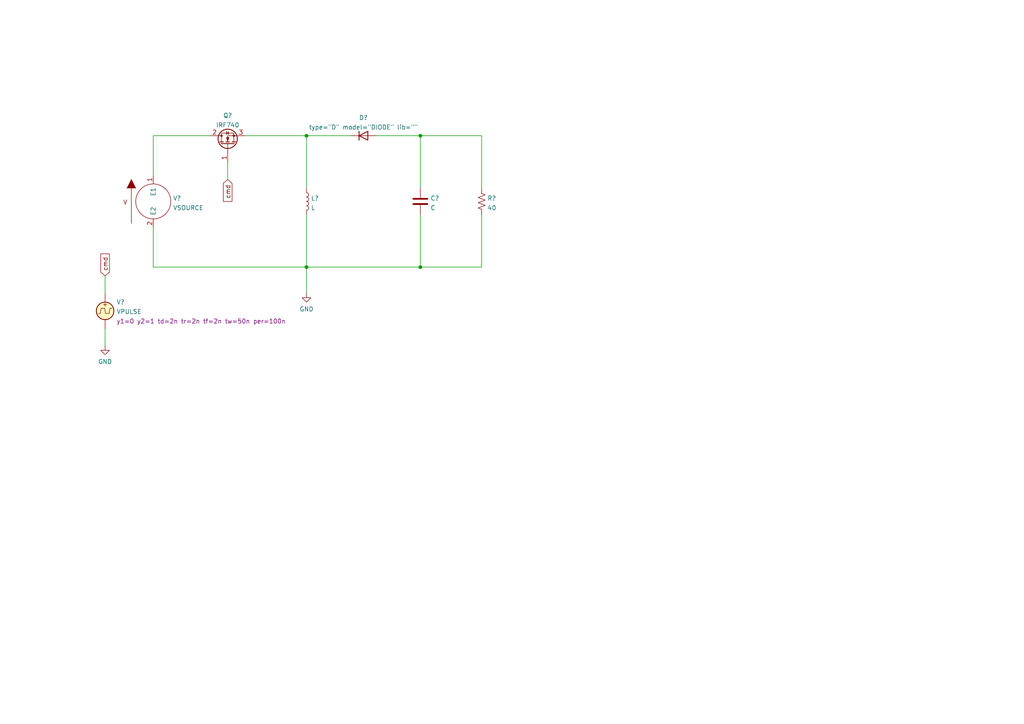
<source format=kicad_sch>
(kicad_sch (version 20211123) (generator eeschema)
  (paper "A4")
  (lib_symbols
    (symbol "Device:C" (pin_numbers hide) (pin_names (offset 0.254))
      (property "Reference" "C" (at 0.635 2.54 0))
      (property "Value" "C" (at 0.635 -2.54 0))
      (symbol "C_0_1"
        (polyline (pts (xy -2.032 -0.762) (xy 2.032 -0.762)) (stroke (width 0.508)))
        (polyline (pts (xy -2.032 0.762) (xy 2.032 0.762)) (stroke (width 0.508)))
      )
      (symbol "C_1_1"
        (pin passive line (at 0 3.81 270) (length 2.794) (name "~") (number "1"))
        (pin passive line (at 0 -3.81 90) (length 2.794) (name "~") (number "2"))
      )
    )
    (symbol "Device:L" (pin_numbers hide) (pin_names (offset 1.016) hide)
      (property "Reference" "L" (at -1.27 0 90))
      (property "Value" "L" (at 1.905 0 90))
      (symbol "L_0_1"
        (arc (start 0 -2.54) (mid 0.635 -1.905) (end 0 -1.27))
        (arc (start 0 -1.27) (mid 0.635 -0.635) (end 0 0))
        (arc (start 0 0) (mid 0.635 0.635) (end 0 1.27))
        (arc (start 0 1.27) (mid 0.635 1.905) (end 0 2.54))
      )
      (symbol "L_1_1"
        (pin passive line (at 0 3.81 270) (length 1.27) (name "1") (number "1"))
        (pin passive line (at 0 -3.81 90) (length 1.27) (name "2") (number "2"))
      )
    )
    (symbol "Device:R_US" (pin_numbers hide) (pin_names (offset 0))
      (property "Reference" "R" (at 2.54 0 90))
      (property "Value" "R_US" (at -2.54 0 90))
      (symbol "R_US_0_1"
        (polyline (pts (xy 0 -2.286) (xy 0 -2.54)))
        (polyline (pts (xy 0 2.286) (xy 0 2.54)))
        (polyline (pts (xy 0 -0.762) (xy 1.016 -1.143) (xy 0 -1.524) (xy -1.016 -1.905) (xy 0 -2.286)))
        (polyline (pts (xy 0 0.762) (xy 1.016 0.381) (xy 0 0) (xy -1.016 -0.381) (xy 0 -0.762)))
        (polyline (pts (xy 0 2.286) (xy 1.016 1.905) (xy 0 1.524) (xy -1.016 1.143) (xy 0 0.762)))
      )
      (symbol "R_US_1_1"
        (pin passive line (at 0 3.81 270) (length 1.27) (name "~") (number "1"))
        (pin passive line (at 0 -3.81 90) (length 1.27) (name "~") (number "2"))
      )
    )
    (symbol "Simulation_SPICE:DIODE" (pin_numbers hide) (pin_names (offset 1.016) hide)
      (property "Reference" "D" (at 0 2.54 0))
      (property "Value" "DIODE" (at 0 -2.54 0))
      (symbol "DIODE_0_1"
        (polyline (pts (xy 1.27 0) (xy -1.27 0)))
        (polyline (pts (xy 1.27 1.27) (xy 1.27 -1.27)) (stroke (width 0.254)))
        (polyline (pts (xy -1.27 -1.27) (xy -1.27 1.27) (xy 1.27 0) (xy -1.27 -1.27)) (stroke (width 0.254)))
      )
      (symbol "DIODE_1_1"
        (pin passive line (at -3.81 0 0) (length 2.54) (name "A") (number "1"))
        (pin passive line (at 3.81 0 180) (length 2.54) (name "K") (number "2"))
      )
    )
    (symbol "Simulation_SPICE:VPULSE" (pin_numbers hide) (pin_names (offset 0.0254))
      (property "Reference" "V" (at 2.54 2.54 0))
      (property "Value" "VPULSE" (at 2.54 0 0))
      (property "Spice_Model" "pulse(0 1 2n 2n 2n 50n 100n)" (at 2.54 -2.54 0))
      (symbol "VPULSE_0_0"
        (polyline (pts (xy -2.032 -0.762) (xy -1.397 -0.762) (xy -1.143 0.762) (xy -0.127 0.762) (xy 0.127 -0.762) (xy 1.143 -0.762) (xy 1.397 0.762) (xy 2.032 0.762)))
        (text "+" (at 0 1.905 0) (effects (font (size 1.27 1.27))))
      )
      (symbol "VPULSE_0_1"
        (circle (center 0 0) (radius 2.54) (stroke (width 0.254)) (fill (type background)))
      )
      (symbol "VPULSE_1_1"
        (pin passive line (at 0 5.08 270) (length 2.54) (name "~") (number "1"))
        (pin passive line (at 0 -5.08 90) (length 2.54) (name "~") (number "2"))
      )
    )
    (symbol "Transistor_FET:IRF740" (pin_names hide)
      (property "Reference" "Q" (at 6.35 1.905 0))
      (property "Value" "IRF740" (at 6.35 0 0))
      (symbol "IRF740_0_1"
        (polyline (pts (xy 0.254 0) (xy -2.54 0)))
        (polyline (pts (xy 0.254 1.905) (xy 0.254 -1.905)) (stroke (width 0.254)))
        (polyline (pts (xy 0.762 -1.27) (xy 0.762 -2.286)) (stroke (width 0.254)))
        (polyline (pts (xy 0.762 0.508) (xy 0.762 -0.508)) (stroke (width 0.254)))
        (polyline (pts (xy 0.762 2.286) (xy 0.762 1.27)) (stroke (width 0.254)))
        (polyline (pts (xy 2.54 2.54) (xy 2.54 1.778)))
        (polyline (pts (xy 2.54 -2.54) (xy 2.54 0) (xy 0.762 0)))
        (polyline (pts (xy 0.762 -1.778) (xy 3.302 -1.778) (xy 3.302 1.778) (xy 0.762 1.778)))
        (polyline (pts (xy 1.016 0) (xy 2.032 0.381) (xy 2.032 -0.381) (xy 1.016 0)) (fill (type outline)))
        (polyline (pts (xy 2.794 0.508) (xy 2.921 0.381) (xy 3.683 0.381) (xy 3.81 0.254)))
        (polyline (pts (xy 3.302 0.381) (xy 2.921 -0.254) (xy 3.683 -0.254) (xy 3.302 0.381)))
        (circle (center 1.651 0) (radius 2.794) (stroke (width 0.254)))
        (circle (center 2.54 -1.778) (radius 0.254) (fill (type outline)))
        (circle (center 2.54 1.778) (radius 0.254) (fill (type outline)))
      )
      (symbol "IRF740_1_1"
        (pin input line (at -5.08 0 0) (length 2.54) (name "G") (number "1"))
        (pin passive line (at 2.54 5.08 270) (length 2.54) (name "D") (number "2"))
        (pin passive line (at 2.54 -5.08 90) (length 2.54) (name "S") (number "3"))
      )
    )
    (symbol "power:GND" (power) (pin_names (offset 0))
      (property "Value" "GND" (at 0 -3.81 0))
      (symbol "GND_0_1"
        (polyline (pts (xy 0 0) (xy 0 -1.27) (xy 1.27 -1.27) (xy 0 -2.54) (xy -1.27 -1.27) (xy 0 -1.27)))
      )
      (symbol "GND_1_1"
        (pin power_in line (at 0 0 270) (length 0) hide (name "GND") (number "1"))
      )
    )
    (symbol "pspice:VSOURCE" (pin_names (offset 1.016))
      (property "Reference" "V" (at -6.35 7.62 0))
      (property "Value" "VSOURCE" (at 0 0 0))
      (symbol "VSOURCE_0_1"
        (polyline (pts (xy -6.35 -6.35) (xy -6.35 3.81)) (fill (type outline)))
        (polyline (pts (xy -7.62 3.81) (xy -6.35 6.35) (xy -5.08 3.81)) (fill (type outline)))
        (circle (center 0 0) (radius 5.08))
        (text "V" (at -8.128 -0.254 0) (effects (font (size 1.27 1.27))))
      )
      (symbol "VSOURCE_1_1"
        (pin input line (at 0 7.62 270) (length 2.54) (name "E1") (number "1"))
        (pin input line (at 0 -7.62 90) (length 2.54) (name "E2") (number "2"))
      )
    )
  )
  (junction (at 121.92 39.37))
  (junction (at 121.92 77.47))
  (junction (at 88.9 39.37))
  (junction (at 88.9 77.47))
  (wire (pts (xy 44.45 77.47) (xy 88.9 77.47)))
  (wire (pts (xy 121.92 39.37) (xy 139.7 39.37)))
  (wire (pts (xy 88.9 77.47) (xy 88.9 85.09)))
  (wire (pts (xy 44.45 50.8) (xy 44.45 39.37)))
  (wire (pts (xy 71.12 39.37) (xy 88.9 39.37)))
  (wire (pts (xy 88.9 77.47) (xy 121.92 77.47)))
  (wire (pts (xy 88.9 39.37) (xy 101.6 39.37)))
  (wire (pts (xy 139.7 77.47) (xy 121.92 77.47)))
  (wire (pts (xy 121.92 77.47) (xy 121.92 62.23)))
  (wire (pts (xy 139.7 62.23) (xy 139.7 77.47)))
  (wire (pts (xy 88.9 62.23) (xy 88.9 77.47)))
  (wire (pts (xy 66.04 46.99) (xy 66.04 52.07)))
  (wire (pts (xy 121.92 39.37) (xy 121.92 54.61)))
  (wire (pts (xy 139.7 39.37) (xy 139.7 54.61)))
  (wire (pts (xy 88.9 39.37) (xy 88.9 54.61)))
  (wire (pts (xy 30.48 85.09) (xy 30.48 80.01)))
  (wire (pts (xy 109.22 39.37) (xy 121.92 39.37)))
  (wire (pts (xy 44.45 66.04) (xy 44.45 77.47)))
  (wire (pts (xy 30.48 95.25) (xy 30.48 100.33)))
  (wire (pts (xy 44.45 39.37) (xy 60.96 39.37)))
  (global_label "cmd" (shape input) (at 30.48 80.01 90) (property "Intersheet References" "${INTERSHEET_REFS}" (effects hide)))
  (global_label "cmd" (shape input) (at 66.04 52.07 270) (property "Intersheet References" "${INTERSHEET_REFS}" (effects hide)))
  (symbol (lib_id "Simulation_SPICE:VPULSE") (at 30.48 90.17 0) (unit 1)
    (property "Reference" "V?" (at 33.782 87.6246 0) (effects (justify left)))
    (property "Value" "VPULSE" (at 33.782 90.3997 0) (effects (justify left)))
    (property "Spice_Netlist_Enabled" "Y" (effects hide))
    (property "Spice_Primitive" "V" (effects hide))
    (property "Spice_Model" "pulse(0 1 2n 2n 2n 50n 100n)" (at 33.782 93.1748 0) (effects (justify left)))
  )
  (symbol (lib_id "Device:R_US") (at 139.7 58.42 0) (unit 1)
    (property "Reference" "R?" (at 141.351 57.5115 0) (effects (justify left)))
    (property "Value" "40" (at 141.351 60.2866 0) (effects (justify left)))
  )
  (symbol (lib_id "power:GND") (at 30.48 100.33 0) (unit 1)
    (property "Reference" "#PWR?" (effects hide))
    (property "Value" "GND" (at 30.48 104.8925 0))
  )
  (symbol (lib_id "power:GND") (at 88.9 85.09 0) (unit 1)
    (property "Reference" "#PWR?" (effects hide))
    (property "Value" "GND" (at 88.9 89.6525 0))
  )
  (symbol (lib_id "Device:C") (at 121.92 58.42 0) (unit 1)
    (property "Reference" "C?" (at 124.841 57.5115 0) (effects (justify left)))
    (property "Value" "C" (at 124.841 60.2866 0) (effects (justify left)))
  )
  (symbol (lib_id "pspice:VSOURCE") (at 44.45 58.42 0) (unit 1)
    (property "Reference" "V?" (at 50.165 57.5115 0) (effects (justify left)))
    (property "Value" "VSOURCE" (at 50.165 60.2866 0) (effects (justify left)))
  )
  (symbol (lib_id "Transistor_FET:IRF740") (at 66.04 41.91 90) (unit 1)
    (property "Reference" "Q?" (at 66.04 33.4985 90))
    (property "Value" "IRF740" (at 66.04 36.2736 90))
    (property "Footprint" "Package_TO_SOT_THT:TO-220-3_Vertical" (effects hide))
    (property "Datasheet" "http://www.vishay.com/docs/91054/91054.pdf" (effects hide))
  )
  (symbol (lib_id "Simulation_SPICE:DIODE") (at 105.41 39.37 180) (unit 1)
    (property "Reference" "D?" (at 105.41 34.1335 0))
    (property "Value" "DIODE" (at 105.41 36.9086 0))
    (property "Spice_Netlist_Enabled" "Y" (effects hide))
    (property "Spice_Primitive" "D" (effects hide))
  )
  (symbol (lib_id "Device:L") (at 88.9 58.42 0) (unit 1)
    (property "Reference" "L?" (at 90.17 57.5115 0) (effects (justify left)))
    (property "Value" "L" (at 90.17 60.2866 0) (effects (justify left)))
  )
)
</source>
